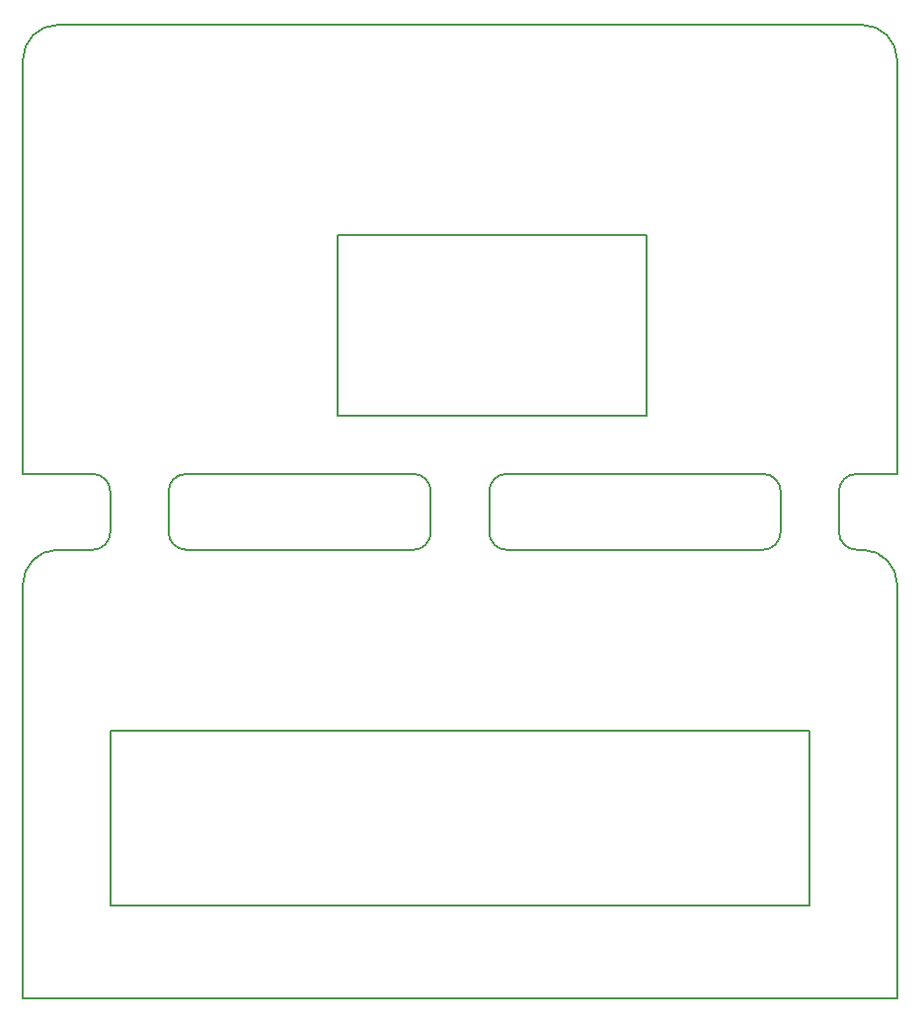
<source format=gbr>
G04 #@! TF.GenerationSoftware,KiCad,Pcbnew,(5.1.5)-3*
G04 #@! TF.CreationDate,2020-02-21T13:09:46+01:00*
G04 #@! TF.ProjectId,radiointerface-panel,72616469-6f69-46e7-9465-72666163652d,rev?*
G04 #@! TF.SameCoordinates,Original*
G04 #@! TF.FileFunction,Profile,NP*
%FSLAX46Y46*%
G04 Gerber Fmt 4.6, Leading zero omitted, Abs format (unit mm)*
G04 Created by KiCad (PCBNEW (5.1.5)-3) date 2020-02-21 13:09:46*
%MOMM*%
%LPD*%
G04 APERTURE LIST*
%ADD10C,0.150000*%
G04 APERTURE END LIST*
D10*
X122000000Y-95000000D02*
G75*
G02X125000000Y-98000000I0J-3000000D01*
G01*
X50000000Y-98000000D02*
G75*
G02X53000000Y-95000000I3000000J0D01*
G01*
X122000000Y-50000000D02*
G75*
G02X125000000Y-53000000I0J-3000000D01*
G01*
X50000000Y-53000000D02*
G75*
G02X53000000Y-50000000I3000000J0D01*
G01*
X103500000Y-68000000D02*
X77000000Y-68000000D01*
X103500000Y-83500000D02*
X103500000Y-68000000D01*
X77000000Y-83500000D02*
X103500000Y-83500000D01*
X77000000Y-68000000D02*
X77000000Y-83500000D01*
X57500000Y-125500000D02*
X57500000Y-110500000D01*
X117500000Y-125500000D02*
X57500000Y-125500000D01*
X117500000Y-110500000D02*
X117500000Y-125500000D01*
X57500000Y-110500000D02*
X117500000Y-110500000D01*
X121500000Y-88500000D02*
X125000000Y-88500000D01*
X121500000Y-95000000D02*
X122000000Y-95000000D01*
X120000000Y-90000000D02*
X120000000Y-93500000D01*
X121500000Y-95000000D02*
G75*
G02X120000000Y-93500000I0J1500000D01*
G01*
X120000000Y-90000000D02*
G75*
G02X121500000Y-88500000I1500000J0D01*
G01*
X56000000Y-95000000D02*
X53000000Y-95000000D01*
X57500000Y-90000000D02*
X57500000Y-93500000D01*
X50000000Y-88500000D02*
X56000000Y-88500000D01*
X57500000Y-93500000D02*
G75*
G02X56000000Y-95000000I-1500000J0D01*
G01*
X56000000Y-88500000D02*
G75*
G02X57500000Y-90000000I0J-1500000D01*
G01*
X85000000Y-93500000D02*
X85000000Y-90000000D01*
X64000000Y-95000000D02*
X83500000Y-95000000D01*
X62500000Y-90000000D02*
X62500000Y-93500000D01*
X83500000Y-88500000D02*
X64000000Y-88500000D01*
X85000000Y-93500000D02*
G75*
G02X83500000Y-95000000I-1500000J0D01*
G01*
X83500000Y-88500000D02*
G75*
G02X85000000Y-90000000I0J-1500000D01*
G01*
X62500000Y-90000000D02*
G75*
G02X64000000Y-88500000I1500000J0D01*
G01*
X64000000Y-95000000D02*
G75*
G02X62500000Y-93500000I0J1500000D01*
G01*
X113500000Y-88500000D02*
X91500000Y-88500000D01*
X115000000Y-93500000D02*
X115000000Y-90000000D01*
X91500000Y-95000000D02*
X113500000Y-95000000D01*
X90000000Y-90000000D02*
X90000000Y-93500000D01*
X90000000Y-90000000D02*
G75*
G02X91500000Y-88500000I1500000J0D01*
G01*
X113500000Y-88500000D02*
G75*
G02X115000000Y-90000000I0J-1500000D01*
G01*
X115000000Y-93500000D02*
G75*
G02X113500000Y-95000000I-1500000J0D01*
G01*
X91500000Y-95000000D02*
G75*
G02X90000000Y-93500000I0J1500000D01*
G01*
X125000000Y-133500000D02*
X50000000Y-133500000D01*
X50000000Y-53000000D02*
X50000000Y-88500000D01*
X50000000Y-98000000D02*
X50000000Y-133500000D01*
X125000000Y-53000000D02*
X125000000Y-88500000D01*
X125000000Y-98000000D02*
X125000000Y-133500000D01*
X53000000Y-50000000D02*
X122000000Y-50000000D01*
M02*

</source>
